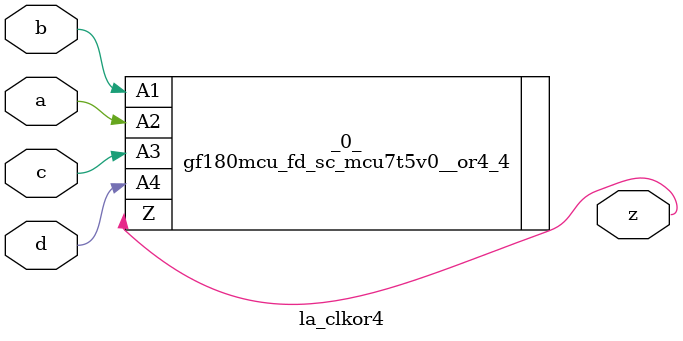
<source format=v>

/* Generated by Yosys 0.44 (git sha1 80ba43d26, g++ 11.4.0-1ubuntu1~22.04 -fPIC -O3) */

(* top =  1  *)
(* src = "inputs/la_clkor4.v:10.1-22.10" *)
module la_clkor4 (
    a,
    b,
    c,
    d,
    z
);
  (* src = "inputs/la_clkor4.v:13.12-13.13" *)
  input a;
  wire a;
  (* src = "inputs/la_clkor4.v:14.12-14.13" *)
  input b;
  wire b;
  (* src = "inputs/la_clkor4.v:15.12-15.13" *)
  input c;
  wire c;
  (* src = "inputs/la_clkor4.v:16.12-16.13" *)
  input d;
  wire d;
  (* src = "inputs/la_clkor4.v:17.12-17.13" *)
  output z;
  wire z;
  gf180mcu_fd_sc_mcu7t5v0__or4_4 _0_ (
      .A1(b),
      .A2(a),
      .A3(c),
      .A4(d),
      .Z (z)
  );
endmodule

</source>
